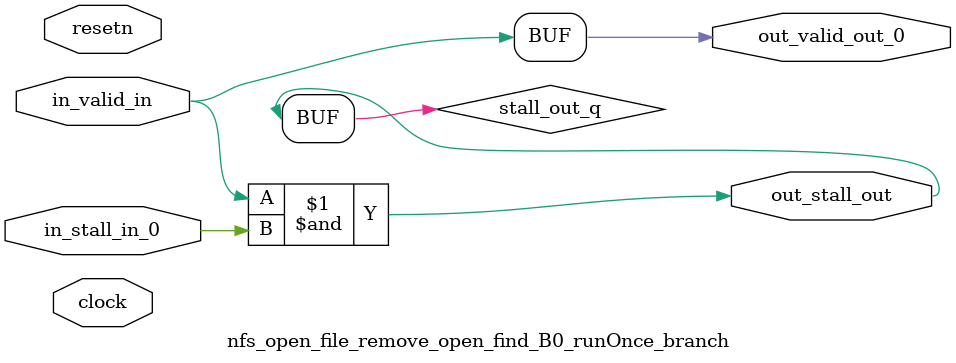
<source format=sv>



(* altera_attribute = "-name AUTO_SHIFT_REGISTER_RECOGNITION OFF; -name MESSAGE_DISABLE 10036; -name MESSAGE_DISABLE 10037; -name MESSAGE_DISABLE 14130; -name MESSAGE_DISABLE 14320; -name MESSAGE_DISABLE 15400; -name MESSAGE_DISABLE 14130; -name MESSAGE_DISABLE 10036; -name MESSAGE_DISABLE 12020; -name MESSAGE_DISABLE 12030; -name MESSAGE_DISABLE 12010; -name MESSAGE_DISABLE 12110; -name MESSAGE_DISABLE 14320; -name MESSAGE_DISABLE 13410; -name MESSAGE_DISABLE 113007; -name MESSAGE_DISABLE 10958" *)
module nfs_open_file_remove_open_find_B0_runOnce_branch (
    input wire [0:0] in_stall_in_0,
    input wire [0:0] in_valid_in,
    output wire [0:0] out_stall_out,
    output wire [0:0] out_valid_out_0,
    input wire clock,
    input wire resetn
    );

    wire [0:0] stall_out_q;


    // stall_out(LOGICAL,6)
    assign stall_out_q = in_valid_in & in_stall_in_0;

    // out_stall_out(GPOUT,4)
    assign out_stall_out = stall_out_q;

    // out_valid_out_0(GPOUT,5)
    assign out_valid_out_0 = in_valid_in;

endmodule

</source>
